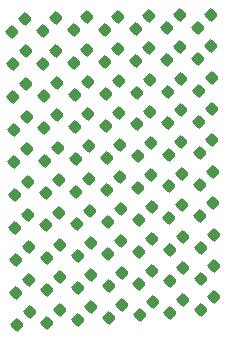
<source format=gtp>
%TF.GenerationSoftware,KiCad,Pcbnew,(6.0.7-1)-1*%
%TF.CreationDate,2022-09-29T19:12:14-05:00*%
%TF.ProjectId,vectrex-sao,76656374-7265-4782-9d73-616f2e6b6963,rev?*%
%TF.SameCoordinates,Original*%
%TF.FileFunction,Paste,Top*%
%TF.FilePolarity,Positive*%
%FSLAX46Y46*%
G04 Gerber Fmt 4.6, Leading zero omitted, Abs format (unit mm)*
G04 Created by KiCad (PCBNEW (6.0.7-1)-1) date 2022-09-29 19:12:14*
%MOMM*%
%LPD*%
G01*
G04 APERTURE LIST*
G04 Aperture macros list*
%AMRoundRect*
0 Rectangle with rounded corners*
0 $1 Rounding radius*
0 $2 $3 $4 $5 $6 $7 $8 $9 X,Y pos of 4 corners*
0 Add a 4 corners polygon primitive as box body*
4,1,4,$2,$3,$4,$5,$6,$7,$8,$9,$2,$3,0*
0 Add four circle primitives for the rounded corners*
1,1,$1+$1,$2,$3*
1,1,$1+$1,$4,$5*
1,1,$1+$1,$6,$7*
1,1,$1+$1,$8,$9*
0 Add four rect primitives between the rounded corners*
20,1,$1+$1,$2,$3,$4,$5,0*
20,1,$1+$1,$4,$5,$6,$7,0*
20,1,$1+$1,$6,$7,$8,$9,0*
20,1,$1+$1,$8,$9,$2,$3,0*%
G04 Aperture macros list end*
%ADD10RoundRect,0.225000X0.017678X-0.335876X0.335876X-0.017678X-0.017678X0.335876X-0.335876X0.017678X0*%
%ADD11RoundRect,0.225000X-0.017678X0.335876X-0.335876X0.017678X0.017678X-0.335876X0.335876X-0.017678X0*%
G04 APERTURE END LIST*
D10*
%TO.C,C1-6*%
X129076992Y-83173008D03*
X130173008Y-82076992D03*
%TD*%
%TO.C,C1-7*%
X131701992Y-83123008D03*
X132798008Y-82026992D03*
%TD*%
%TO.C,C2-1*%
X116001992Y-86223008D03*
X117098008Y-85126992D03*
%TD*%
%TO.C,C7-2*%
X118826992Y-99873008D03*
X119923008Y-98776992D03*
%TD*%
%TO.C,C2-6*%
X129101992Y-85873008D03*
X130198008Y-84776992D03*
%TD*%
%TO.C,C8-7*%
X131926992Y-101748008D03*
X133023008Y-100651992D03*
%TD*%
D11*
%TO.C,C7-8*%
X133048008Y-105951992D03*
X131951992Y-107048008D03*
%TD*%
D10*
%TO.C,C6-6*%
X129251992Y-96573008D03*
X130348008Y-95476992D03*
%TD*%
%TO.C,C6-3*%
X121401992Y-96998008D03*
X122498008Y-95901992D03*
%TD*%
D11*
%TO.C,C8-11*%
X125223008Y-103876992D03*
X124126992Y-104973008D03*
%TD*%
D10*
%TO.C,C6-7*%
X131851992Y-96423008D03*
X132948008Y-95326992D03*
%TD*%
%TO.C,C2-3*%
X121226992Y-86098008D03*
X122323008Y-85001992D03*
%TD*%
%TO.C,C7-7*%
X131876992Y-99098008D03*
X132973008Y-98001992D03*
%TD*%
D11*
%TO.C,C8-9*%
X130448008Y-103501992D03*
X129351992Y-104598008D03*
%TD*%
D10*
%TO.C,C8-4*%
X124101992Y-102273008D03*
X125198008Y-101176992D03*
%TD*%
D11*
%TO.C,C7-13*%
X120023008Y-107026992D03*
X118926992Y-108123008D03*
%TD*%
D10*
%TO.C,C8-6*%
X129301992Y-101923008D03*
X130398008Y-100826992D03*
%TD*%
%TO.C,C3-2*%
X118676992Y-88898008D03*
X119773008Y-87801992D03*
%TD*%
%TO.C,C5-5*%
X126601992Y-94023008D03*
X127698008Y-92926992D03*
%TD*%
%TO.C,C7-4*%
X124051992Y-99573008D03*
X125148008Y-98476992D03*
%TD*%
%TO.C,C6-1*%
X116176992Y-97273008D03*
X117273008Y-96176992D03*
%TD*%
D11*
%TO.C,C8-10*%
X127823008Y-103701992D03*
X126726992Y-104798008D03*
%TD*%
D10*
%TO.C,C4-2*%
X118701992Y-91648008D03*
X119798008Y-90551992D03*
%TD*%
%TO.C,C8-2*%
X118876992Y-102623008D03*
X119973008Y-101526992D03*
%TD*%
%TO.C,C1-2*%
X118601992Y-83423008D03*
X119698008Y-82326992D03*
%TD*%
D11*
%TO.C,C7-14*%
X117448008Y-107226992D03*
X116351992Y-108323008D03*
%TD*%
D10*
%TO.C,C5-7*%
X131826992Y-93773008D03*
X132923008Y-92676992D03*
%TD*%
%TO.C,C3-4*%
X123901992Y-88723008D03*
X124998008Y-87626992D03*
%TD*%
%TO.C,C8-3*%
X121501992Y-102448008D03*
X122598008Y-101351992D03*
%TD*%
%TO.C,C3-7*%
X131751992Y-88448008D03*
X132848008Y-87351992D03*
%TD*%
%TO.C,C7-6*%
X129276992Y-99273008D03*
X130373008Y-98176992D03*
%TD*%
%TO.C,C5-1*%
X116126992Y-94528008D03*
X117223008Y-93431992D03*
%TD*%
%TO.C,C1-1*%
X115951992Y-83473008D03*
X117048008Y-82376992D03*
%TD*%
%TO.C,C5-3*%
X121371992Y-94273008D03*
X122468008Y-93176992D03*
%TD*%
%TO.C,C7-5*%
X126676992Y-99423008D03*
X127773008Y-98326992D03*
%TD*%
%TO.C,C5-6*%
X129201992Y-93898008D03*
X130298008Y-92801992D03*
%TD*%
%TO.C,C4-7*%
X131801992Y-91123008D03*
X132898008Y-90026992D03*
%TD*%
%TO.C,C3-1*%
X116051992Y-88998008D03*
X117148008Y-87901992D03*
%TD*%
%TO.C,C2-7*%
X131726992Y-85798008D03*
X132823008Y-84701992D03*
%TD*%
%TO.C,C3-3*%
X121276992Y-88823008D03*
X122373008Y-87726992D03*
%TD*%
%TO.C,C3-6*%
X129126992Y-88548008D03*
X130223008Y-87451992D03*
%TD*%
%TO.C,C8-5*%
X126701992Y-102098008D03*
X127798008Y-101001992D03*
%TD*%
%TO.C,C4-4*%
X123926992Y-91448008D03*
X125023008Y-90351992D03*
%TD*%
%TO.C,C6-2*%
X118801992Y-97148008D03*
X119898008Y-96051992D03*
%TD*%
D11*
%TO.C,C7-10*%
X127848008Y-106376992D03*
X126751992Y-107473008D03*
%TD*%
D10*
%TO.C,C7-1*%
X116226992Y-100048008D03*
X117323008Y-98951992D03*
%TD*%
D11*
%TO.C,C7-12*%
X122673008Y-106801992D03*
X121576992Y-107898008D03*
%TD*%
D10*
%TO.C,C6-4*%
X124001992Y-96848008D03*
X125098008Y-95751992D03*
%TD*%
%TO.C,C4-6*%
X129176992Y-91223008D03*
X130273008Y-90126992D03*
%TD*%
%TO.C,C4-1*%
X116101992Y-91773008D03*
X117198008Y-90676992D03*
%TD*%
D11*
%TO.C,C8-14*%
X117398008Y-104476992D03*
X116301992Y-105573008D03*
%TD*%
D10*
%TO.C,C5-4*%
X123976992Y-94148008D03*
X125073008Y-93051992D03*
%TD*%
%TO.C,C2-4*%
X123851992Y-85998008D03*
X124948008Y-84901992D03*
%TD*%
%TO.C,C7-3*%
X121451992Y-99723008D03*
X122548008Y-98626992D03*
%TD*%
%TO.C,C1-5*%
X126451992Y-83223008D03*
X127548008Y-82126992D03*
%TD*%
%TO.C,C1-4*%
X123826992Y-83298008D03*
X124923008Y-82201992D03*
%TD*%
%TO.C,C4-3*%
X121326992Y-91548008D03*
X122423008Y-90451992D03*
%TD*%
D11*
%TO.C,C8-8*%
X133048008Y-103301992D03*
X131951992Y-104398008D03*
%TD*%
D10*
%TO.C,C4-5*%
X126551992Y-91323008D03*
X127648008Y-90226992D03*
%TD*%
%TO.C,C2-2*%
X118601992Y-86173008D03*
X119698008Y-85076992D03*
%TD*%
%TO.C,C8-1*%
X116276992Y-102798008D03*
X117373008Y-101701992D03*
%TD*%
D11*
%TO.C,C8-13*%
X120023008Y-104276992D03*
X118926992Y-105373008D03*
%TD*%
%TO.C,C7-9*%
X130448008Y-106151992D03*
X129351992Y-107248008D03*
%TD*%
D10*
%TO.C,C3-5*%
X126526992Y-88623008D03*
X127623008Y-87526992D03*
%TD*%
%TO.C,C6-5*%
X126626992Y-96723008D03*
X127723008Y-95626992D03*
%TD*%
%TO.C,C5-2*%
X118751992Y-94423008D03*
X119848008Y-93326992D03*
%TD*%
%TO.C,C1-3*%
X121201992Y-83348008D03*
X122298008Y-82251992D03*
%TD*%
%TO.C,C2-5*%
X126476992Y-85923008D03*
X127573008Y-84826992D03*
%TD*%
D11*
%TO.C,C8-12*%
X122623008Y-104076992D03*
X121526992Y-105173008D03*
%TD*%
%TO.C,C7-11*%
X125248008Y-106601992D03*
X124151992Y-107698008D03*
%TD*%
M02*

</source>
